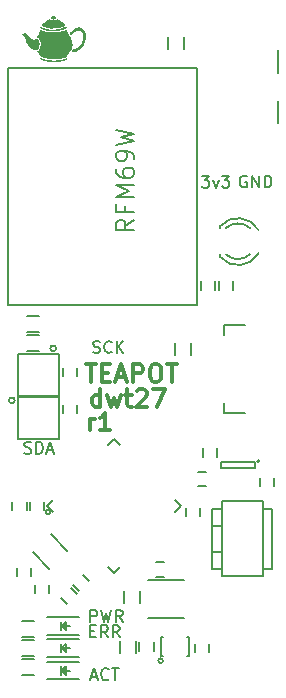
<source format=gto>
G04 #@! TF.FileFunction,Legend,Top*
%FSLAX46Y46*%
G04 Gerber Fmt 4.6, Leading zero omitted, Abs format (unit mm)*
G04 Created by KiCad (PCBNEW 4.0.1-3.201512221402+6198~38~ubuntu14.04.1-stable) date Fri 05 Feb 2016 15:13:30 GMT*
%MOMM*%
G01*
G04 APERTURE LIST*
%ADD10C,0.100000*%
%ADD11C,0.300000*%
%ADD12C,0.200000*%
%ADD13C,0.150000*%
%ADD14C,0.010000*%
G04 APERTURE END LIST*
D10*
D11*
X125848572Y-119598571D02*
X125848572Y-118098571D01*
X125848572Y-119527143D02*
X125705715Y-119598571D01*
X125420001Y-119598571D01*
X125277143Y-119527143D01*
X125205715Y-119455714D01*
X125134286Y-119312857D01*
X125134286Y-118884286D01*
X125205715Y-118741429D01*
X125277143Y-118670000D01*
X125420001Y-118598571D01*
X125705715Y-118598571D01*
X125848572Y-118670000D01*
X126420001Y-118598571D02*
X126705715Y-119598571D01*
X126991429Y-118884286D01*
X127277144Y-119598571D01*
X127562858Y-118598571D01*
X127920001Y-118598571D02*
X128491430Y-118598571D01*
X128134287Y-118098571D02*
X128134287Y-119384286D01*
X128205715Y-119527143D01*
X128348573Y-119598571D01*
X128491430Y-119598571D01*
X128920001Y-118241429D02*
X128991430Y-118170000D01*
X129134287Y-118098571D01*
X129491430Y-118098571D01*
X129634287Y-118170000D01*
X129705716Y-118241429D01*
X129777144Y-118384286D01*
X129777144Y-118527143D01*
X129705716Y-118741429D01*
X128848573Y-119598571D01*
X129777144Y-119598571D01*
X130277144Y-118098571D02*
X131277144Y-118098571D01*
X130634287Y-119598571D01*
X124948572Y-121598571D02*
X124948572Y-120598571D01*
X124948572Y-120884286D02*
X125020000Y-120741429D01*
X125091429Y-120670000D01*
X125234286Y-120598571D01*
X125377143Y-120598571D01*
X126662857Y-121598571D02*
X125805714Y-121598571D01*
X126234286Y-121598571D02*
X126234286Y-120098571D01*
X126091429Y-120312857D01*
X125948571Y-120455714D01*
X125805714Y-120527143D01*
X124592857Y-115988571D02*
X125450000Y-115988571D01*
X125021429Y-117488571D02*
X125021429Y-115988571D01*
X125950000Y-116702857D02*
X126450000Y-116702857D01*
X126664286Y-117488571D02*
X125950000Y-117488571D01*
X125950000Y-115988571D01*
X126664286Y-115988571D01*
X127235714Y-117060000D02*
X127950000Y-117060000D01*
X127092857Y-117488571D02*
X127592857Y-115988571D01*
X128092857Y-117488571D01*
X128592857Y-117488571D02*
X128592857Y-115988571D01*
X129164285Y-115988571D01*
X129307143Y-116060000D01*
X129378571Y-116131429D01*
X129450000Y-116274286D01*
X129450000Y-116488571D01*
X129378571Y-116631429D01*
X129307143Y-116702857D01*
X129164285Y-116774286D01*
X128592857Y-116774286D01*
X130378571Y-115988571D02*
X130664285Y-115988571D01*
X130807143Y-116060000D01*
X130950000Y-116202857D01*
X131021428Y-116488571D01*
X131021428Y-116988571D01*
X130950000Y-117274286D01*
X130807143Y-117417143D01*
X130664285Y-117488571D01*
X130378571Y-117488571D01*
X130235714Y-117417143D01*
X130092857Y-117274286D01*
X130021428Y-116988571D01*
X130021428Y-116488571D01*
X130092857Y-116202857D01*
X130235714Y-116060000D01*
X130378571Y-115988571D01*
X131450000Y-115988571D02*
X132307143Y-115988571D01*
X131878572Y-117488571D02*
X131878572Y-115988571D01*
D12*
X125060952Y-142456667D02*
X125537143Y-142456667D01*
X124965714Y-142742381D02*
X125299047Y-141742381D01*
X125632381Y-142742381D01*
X126537143Y-142647143D02*
X126489524Y-142694762D01*
X126346667Y-142742381D01*
X126251429Y-142742381D01*
X126108571Y-142694762D01*
X126013333Y-142599524D01*
X125965714Y-142504286D01*
X125918095Y-142313810D01*
X125918095Y-142170952D01*
X125965714Y-141980476D01*
X126013333Y-141885238D01*
X126108571Y-141790000D01*
X126251429Y-141742381D01*
X126346667Y-141742381D01*
X126489524Y-141790000D01*
X126537143Y-141837619D01*
X126822857Y-141742381D02*
X127394286Y-141742381D01*
X127108571Y-142742381D02*
X127108571Y-141742381D01*
X125006667Y-137802381D02*
X125006667Y-136802381D01*
X125387620Y-136802381D01*
X125482858Y-136850000D01*
X125530477Y-136897619D01*
X125578096Y-136992857D01*
X125578096Y-137135714D01*
X125530477Y-137230952D01*
X125482858Y-137278571D01*
X125387620Y-137326190D01*
X125006667Y-137326190D01*
X125911429Y-136802381D02*
X126149524Y-137802381D01*
X126340001Y-137088095D01*
X126530477Y-137802381D01*
X126768572Y-136802381D01*
X127720953Y-137802381D02*
X127387619Y-137326190D01*
X127149524Y-137802381D02*
X127149524Y-136802381D01*
X127530477Y-136802381D01*
X127625715Y-136850000D01*
X127673334Y-136897619D01*
X127720953Y-136992857D01*
X127720953Y-137135714D01*
X127673334Y-137230952D01*
X127625715Y-137278571D01*
X127530477Y-137326190D01*
X127149524Y-137326190D01*
X124995714Y-138578571D02*
X125329048Y-138578571D01*
X125471905Y-139102381D02*
X124995714Y-139102381D01*
X124995714Y-138102381D01*
X125471905Y-138102381D01*
X126471905Y-139102381D02*
X126138571Y-138626190D01*
X125900476Y-139102381D02*
X125900476Y-138102381D01*
X126281429Y-138102381D01*
X126376667Y-138150000D01*
X126424286Y-138197619D01*
X126471905Y-138292857D01*
X126471905Y-138435714D01*
X126424286Y-138530952D01*
X126376667Y-138578571D01*
X126281429Y-138626190D01*
X125900476Y-138626190D01*
X127471905Y-139102381D02*
X127138571Y-138626190D01*
X126900476Y-139102381D02*
X126900476Y-138102381D01*
X127281429Y-138102381D01*
X127376667Y-138150000D01*
X127424286Y-138197619D01*
X127471905Y-138292857D01*
X127471905Y-138435714D01*
X127424286Y-138530952D01*
X127376667Y-138578571D01*
X127281429Y-138626190D01*
X126900476Y-138626190D01*
D13*
X130350000Y-139550000D02*
X130350000Y-140250000D01*
X129150000Y-140250000D02*
X129150000Y-139550000D01*
X134525000Y-123825000D02*
X134525000Y-123125000D01*
X135725000Y-123125000D02*
X135725000Y-123825000D01*
X135050000Y-139650000D02*
X135050000Y-140350000D01*
X133850000Y-140350000D02*
X133850000Y-139650000D01*
X134775000Y-126300000D02*
X134075000Y-126300000D01*
X134075000Y-125100000D02*
X134775000Y-125100000D01*
X139350000Y-126300000D02*
X139350000Y-125600000D01*
X140550000Y-125600000D02*
X140550000Y-126300000D01*
X137050000Y-108980000D02*
X137050000Y-109680000D01*
X135850000Y-109680000D02*
X135850000Y-108980000D01*
X135530000Y-108980000D02*
X135530000Y-109680000D01*
X134330000Y-109680000D02*
X134330000Y-108980000D01*
X121475000Y-134700000D02*
X121475000Y-135400000D01*
X120275000Y-135400000D02*
X120275000Y-134700000D01*
X119975000Y-133225000D02*
X119975000Y-133925000D01*
X118775000Y-133925000D02*
X118775000Y-133225000D01*
X130525000Y-132775000D02*
X131225000Y-132775000D01*
X131225000Y-133975000D02*
X130525000Y-133975000D01*
X134300000Y-128150000D02*
X134300000Y-128850000D01*
X133100000Y-128850000D02*
X133100000Y-128150000D01*
X123351777Y-134928249D02*
X123846751Y-135423223D01*
X122998223Y-136271751D02*
X122503249Y-135776777D01*
X124401777Y-133853249D02*
X124896751Y-134348223D01*
X124048223Y-135196751D02*
X123553249Y-134701777D01*
X123850000Y-119450000D02*
X123850000Y-120150000D01*
X122650000Y-120150000D02*
X122650000Y-119450000D01*
X119900000Y-128350000D02*
X119900000Y-127650000D01*
X121100000Y-127650000D02*
X121100000Y-128350000D01*
X118400000Y-128350000D02*
X118400000Y-127650000D01*
X119600000Y-127650000D02*
X119600000Y-128350000D01*
X123850000Y-116300000D02*
X123850000Y-117000000D01*
X122650000Y-117000000D02*
X122650000Y-116300000D01*
X127525000Y-140400000D02*
X127525000Y-139400000D01*
X128875000Y-139400000D02*
X128875000Y-140400000D01*
X121300000Y-138875000D02*
X124000000Y-138875000D01*
X121300000Y-137375000D02*
X124000000Y-137375000D01*
X122800000Y-138275000D02*
X122800000Y-138025000D01*
X122800000Y-138025000D02*
X122650000Y-138175000D01*
X122550000Y-137775000D02*
X122550000Y-138475000D01*
X122900000Y-138125000D02*
X123250000Y-138125000D01*
X122550000Y-138125000D02*
X122900000Y-137775000D01*
X122900000Y-137775000D02*
X122900000Y-138475000D01*
X122900000Y-138475000D02*
X122550000Y-138125000D01*
X131600000Y-89275000D02*
X131600000Y-88275000D01*
X132950000Y-88275000D02*
X132950000Y-89275000D01*
X121300000Y-142675000D02*
X124000000Y-142675000D01*
X121300000Y-141175000D02*
X124000000Y-141175000D01*
X122800000Y-142075000D02*
X122800000Y-141825000D01*
X122800000Y-141825000D02*
X122650000Y-141975000D01*
X122550000Y-141575000D02*
X122550000Y-142275000D01*
X122900000Y-141925000D02*
X123250000Y-141925000D01*
X122550000Y-141925000D02*
X122900000Y-141575000D01*
X122900000Y-141575000D02*
X122900000Y-142275000D01*
X122900000Y-142275000D02*
X122550000Y-141925000D01*
X121300000Y-140775000D02*
X124000000Y-140775000D01*
X121300000Y-139275000D02*
X124000000Y-139275000D01*
X122800000Y-140175000D02*
X122800000Y-139925000D01*
X122800000Y-139925000D02*
X122650000Y-140075000D01*
X122550000Y-139675000D02*
X122550000Y-140375000D01*
X122900000Y-140025000D02*
X123250000Y-140025000D01*
X122550000Y-140025000D02*
X122900000Y-139675000D01*
X122900000Y-139675000D02*
X122900000Y-140375000D01*
X122900000Y-140375000D02*
X122550000Y-140025000D01*
X136350000Y-120100000D02*
X138050000Y-120100000D01*
X136350000Y-119300000D02*
X136350000Y-120100000D01*
X136350000Y-112700000D02*
X136350000Y-113550000D01*
X138050000Y-112700000D02*
X136350000Y-112700000D01*
X132900000Y-137500000D02*
X129900000Y-137500000D01*
X129900000Y-134300000D02*
X132900000Y-134300000D01*
X140900000Y-93700000D02*
X140900000Y-95600000D01*
X140900000Y-89400000D02*
X140900000Y-91300000D01*
X135991000Y-106894000D02*
X135991000Y-106694000D01*
X135991000Y-104300000D02*
X135991000Y-104480000D01*
X139218744Y-104610357D02*
G75*
G03X135991000Y-104294000I-1727744J-1003643D01*
G01*
X138543006Y-104480932D02*
G75*
G03X136440000Y-104480000I-1052006J-1133068D01*
G01*
X136003780Y-106920726D02*
G75*
G03X139241000Y-106574000I1497220J1306726D01*
G01*
X136477111Y-106693253D02*
G75*
G03X138525000Y-106674000I1013889J1079253D01*
G01*
X129175000Y-135200000D02*
X129175000Y-136200000D01*
X127825000Y-136200000D02*
X127825000Y-135200000D01*
X119200000Y-137750000D02*
X120200000Y-137750000D01*
X120200000Y-139100000D02*
X119200000Y-139100000D01*
X120650000Y-114875000D02*
X119650000Y-114875000D01*
X119650000Y-113525000D02*
X120650000Y-113525000D01*
X119650000Y-111925000D02*
X120650000Y-111925000D01*
X120650000Y-113275000D02*
X119650000Y-113275000D01*
X119200000Y-140950000D02*
X120200000Y-140950000D01*
X120200000Y-142300000D02*
X119200000Y-142300000D01*
X119200000Y-139350000D02*
X120200000Y-139350000D01*
X120200000Y-140700000D02*
X119200000Y-140700000D01*
X133495000Y-114220000D02*
X133495000Y-115220000D01*
X132145000Y-115220000D02*
X132145000Y-114220000D01*
X139300000Y-124200000D02*
G75*
G03X139300000Y-124200000I-100000J0D01*
G01*
X138950000Y-124750000D02*
X138950000Y-124250000D01*
X136050000Y-124750000D02*
X138950000Y-124750000D01*
X136050000Y-124250000D02*
X136050000Y-124750000D01*
X138950000Y-124250000D02*
X136050000Y-124250000D01*
X131150000Y-141100000D02*
G75*
G03X131150000Y-141100000I-200000J0D01*
G01*
X133150000Y-139100000D02*
X133350000Y-139100000D01*
X133350000Y-139100000D02*
X133350000Y-140700000D01*
X133350000Y-140700000D02*
X133150000Y-140700000D01*
X130950000Y-139100000D02*
X131150000Y-139100000D01*
X130950000Y-139100000D02*
X130950000Y-140700000D01*
X130950000Y-140700000D02*
X131150000Y-140700000D01*
X118000000Y-110950000D02*
X134000000Y-110950000D01*
X134000000Y-110950000D02*
X134000000Y-90950000D01*
X134000000Y-90950000D02*
X118000000Y-90950000D01*
X118000000Y-90950000D02*
X118000000Y-110950000D01*
X121613856Y-128494975D02*
G75*
G03X121613856Y-128494975I-200000J0D01*
G01*
X127000000Y-133656854D02*
X126505025Y-133161880D01*
X127494975Y-133161880D02*
X127000000Y-133656854D01*
X121343146Y-128000000D02*
X121838120Y-128494975D01*
X121838120Y-127505025D02*
X121343146Y-128000000D01*
X132656854Y-128000000D02*
X132161880Y-128494975D01*
X132161880Y-127505025D02*
X132656854Y-128000000D01*
X127000000Y-122343146D02*
X127494975Y-122838120D01*
X126505025Y-122838120D02*
X127000000Y-122343146D01*
X118600000Y-119050000D02*
G75*
G03X118600000Y-119050000I-250000J0D01*
G01*
X118850000Y-118800000D02*
X118850000Y-122300000D01*
X118850000Y-122300000D02*
X122350000Y-122300000D01*
X122350000Y-122300000D02*
X122350000Y-118800000D01*
X122350000Y-118800000D02*
X118850000Y-118800000D01*
X122100000Y-114650000D02*
G75*
G03X122100000Y-114650000I-250000J0D01*
G01*
X122350000Y-115150000D02*
X118850000Y-115150000D01*
X118850000Y-115150000D02*
X118850000Y-118650000D01*
X118850000Y-118650000D02*
X122350000Y-118650000D01*
X122350000Y-118650000D02*
X122350000Y-115150000D01*
X135325000Y-128240000D02*
X135325000Y-133320000D01*
X136150500Y-133320000D02*
X135325000Y-133320000D01*
X135325000Y-131859500D02*
X136150500Y-131859500D01*
X136150500Y-128240000D02*
X135325000Y-128240000D01*
X135325000Y-129700500D02*
X136150500Y-129700500D01*
X139579500Y-128240000D02*
X140405000Y-128240000D01*
X140405000Y-128240000D02*
X140405000Y-133320000D01*
X140405000Y-133320000D02*
X139579500Y-133320000D01*
X139579500Y-130780000D02*
X139579500Y-133955000D01*
X139579500Y-133955000D02*
X136150500Y-133955000D01*
X136150500Y-133955000D02*
X136150500Y-127605000D01*
X136150500Y-127605000D02*
X139579500Y-127605000D01*
X139579500Y-127605000D02*
X139579500Y-130780000D01*
X121628033Y-130407753D02*
X123042247Y-131821967D01*
X121521967Y-133342247D02*
X120107753Y-131928033D01*
D14*
G36*
X120793615Y-90079739D02*
X120822821Y-90090634D01*
X120898106Y-90118587D01*
X120984805Y-90146312D01*
X121079826Y-90173064D01*
X121180078Y-90198102D01*
X121282468Y-90220680D01*
X121383907Y-90240056D01*
X121481301Y-90255486D01*
X121538657Y-90262785D01*
X121603888Y-90268788D01*
X121680154Y-90273470D01*
X121764031Y-90276793D01*
X121852097Y-90278720D01*
X121940928Y-90279210D01*
X122027101Y-90278228D01*
X122107194Y-90275734D01*
X122177784Y-90271691D01*
X122197174Y-90270119D01*
X122277184Y-90261526D01*
X122362560Y-90249602D01*
X122449086Y-90235095D01*
X122532543Y-90218754D01*
X122608714Y-90201328D01*
X122656257Y-90188649D01*
X122687823Y-90179646D01*
X122716499Y-90171587D01*
X122737724Y-90165749D01*
X122743343Y-90164260D01*
X122758578Y-90159694D01*
X122783946Y-90151426D01*
X122815911Y-90140629D01*
X122850794Y-90128531D01*
X122897832Y-90113269D01*
X122932203Y-90105001D01*
X122953954Y-90103721D01*
X122963135Y-90109423D01*
X122962689Y-90116018D01*
X122953782Y-90124188D01*
X122932474Y-90135392D01*
X122900424Y-90149060D01*
X122859290Y-90164618D01*
X122810730Y-90181496D01*
X122756402Y-90199122D01*
X122697966Y-90216924D01*
X122637079Y-90234331D01*
X122575399Y-90250769D01*
X122561914Y-90254193D01*
X122489671Y-90270731D01*
X122407937Y-90286682D01*
X122321736Y-90301209D01*
X122236088Y-90313477D01*
X122156016Y-90322648D01*
X122144629Y-90323720D01*
X122101440Y-90326615D01*
X122047387Y-90328647D01*
X121986093Y-90329817D01*
X121921182Y-90330129D01*
X121856277Y-90329588D01*
X121795002Y-90328195D01*
X121740981Y-90325956D01*
X121702512Y-90323303D01*
X121557945Y-90307975D01*
X121417563Y-90288180D01*
X121282917Y-90264274D01*
X121155562Y-90236613D01*
X121037049Y-90205552D01*
X120928932Y-90171447D01*
X120832764Y-90134652D01*
X120785532Y-90113401D01*
X120756134Y-90098765D01*
X120739094Y-90088481D01*
X120733344Y-90081392D01*
X120737815Y-90076342D01*
X120748138Y-90072966D01*
X120766397Y-90072784D01*
X120793615Y-90079739D01*
X120793615Y-90079739D01*
G37*
X120793615Y-90079739D02*
X120822821Y-90090634D01*
X120898106Y-90118587D01*
X120984805Y-90146312D01*
X121079826Y-90173064D01*
X121180078Y-90198102D01*
X121282468Y-90220680D01*
X121383907Y-90240056D01*
X121481301Y-90255486D01*
X121538657Y-90262785D01*
X121603888Y-90268788D01*
X121680154Y-90273470D01*
X121764031Y-90276793D01*
X121852097Y-90278720D01*
X121940928Y-90279210D01*
X122027101Y-90278228D01*
X122107194Y-90275734D01*
X122177784Y-90271691D01*
X122197174Y-90270119D01*
X122277184Y-90261526D01*
X122362560Y-90249602D01*
X122449086Y-90235095D01*
X122532543Y-90218754D01*
X122608714Y-90201328D01*
X122656257Y-90188649D01*
X122687823Y-90179646D01*
X122716499Y-90171587D01*
X122737724Y-90165749D01*
X122743343Y-90164260D01*
X122758578Y-90159694D01*
X122783946Y-90151426D01*
X122815911Y-90140629D01*
X122850794Y-90128531D01*
X122897832Y-90113269D01*
X122932203Y-90105001D01*
X122953954Y-90103721D01*
X122963135Y-90109423D01*
X122962689Y-90116018D01*
X122953782Y-90124188D01*
X122932474Y-90135392D01*
X122900424Y-90149060D01*
X122859290Y-90164618D01*
X122810730Y-90181496D01*
X122756402Y-90199122D01*
X122697966Y-90216924D01*
X122637079Y-90234331D01*
X122575399Y-90250769D01*
X122561914Y-90254193D01*
X122489671Y-90270731D01*
X122407937Y-90286682D01*
X122321736Y-90301209D01*
X122236088Y-90313477D01*
X122156016Y-90322648D01*
X122144629Y-90323720D01*
X122101440Y-90326615D01*
X122047387Y-90328647D01*
X121986093Y-90329817D01*
X121921182Y-90330129D01*
X121856277Y-90329588D01*
X121795002Y-90328195D01*
X121740981Y-90325956D01*
X121702512Y-90323303D01*
X121557945Y-90307975D01*
X121417563Y-90288180D01*
X121282917Y-90264274D01*
X121155562Y-90236613D01*
X121037049Y-90205552D01*
X120928932Y-90171447D01*
X120832764Y-90134652D01*
X120785532Y-90113401D01*
X120756134Y-90098765D01*
X120739094Y-90088481D01*
X120733344Y-90081392D01*
X120737815Y-90076342D01*
X120748138Y-90072966D01*
X120766397Y-90072784D01*
X120793615Y-90079739D01*
G36*
X122924856Y-87706647D02*
X122944133Y-87757940D01*
X122970628Y-87815584D01*
X123004868Y-87880547D01*
X123047382Y-87953798D01*
X123098697Y-88036305D01*
X123135617Y-88093221D01*
X123183470Y-88168007D01*
X123223453Y-88235450D01*
X123257299Y-88299091D01*
X123286738Y-88362471D01*
X123313504Y-88429132D01*
X123339327Y-88502615D01*
X123346446Y-88524342D01*
X123363205Y-88582913D01*
X123378308Y-88648498D01*
X123391004Y-88716715D01*
X123400540Y-88783181D01*
X123406164Y-88843515D01*
X123407372Y-88879478D01*
X123403322Y-88958940D01*
X123391829Y-89043691D01*
X123373881Y-89129387D01*
X123350464Y-89211685D01*
X123322565Y-89286242D01*
X123307666Y-89318413D01*
X123288995Y-89353874D01*
X123268139Y-89389395D01*
X123243893Y-89426654D01*
X123215052Y-89467329D01*
X123180411Y-89513100D01*
X123138766Y-89565643D01*
X123088911Y-89626639D01*
X123070210Y-89649200D01*
X123027803Y-89700516D01*
X122993098Y-89743284D01*
X122964253Y-89779890D01*
X122939424Y-89812720D01*
X122916770Y-89844160D01*
X122894446Y-89876597D01*
X122893419Y-89878120D01*
X122881135Y-89895454D01*
X122868970Y-89909514D01*
X122854850Y-89921389D01*
X122836701Y-89932171D01*
X122812450Y-89942949D01*
X122780023Y-89954815D01*
X122737346Y-89968859D01*
X122696172Y-89981850D01*
X122568662Y-90018290D01*
X122436407Y-90049657D01*
X122305007Y-90074744D01*
X122188172Y-90091416D01*
X122158587Y-90094014D01*
X122117594Y-90096439D01*
X122068295Y-90098612D01*
X122013797Y-90100454D01*
X121957202Y-90101884D01*
X121901617Y-90102823D01*
X121850144Y-90103192D01*
X121805890Y-90102911D01*
X121774514Y-90102023D01*
X121722248Y-90098722D01*
X121663258Y-90093534D01*
X121602935Y-90087036D01*
X121546670Y-90079806D01*
X121502372Y-90072871D01*
X121466224Y-90066689D01*
X121427569Y-90060417D01*
X121395222Y-90055478D01*
X121352045Y-90047816D01*
X121298214Y-90036068D01*
X121236669Y-90021066D01*
X121170348Y-90003641D01*
X121102190Y-89984622D01*
X121035134Y-89964841D01*
X120972119Y-89945128D01*
X120916083Y-89926314D01*
X120869967Y-89909231D01*
X120852857Y-89902167D01*
X120834027Y-89892624D01*
X120820807Y-89880977D01*
X120809412Y-89862997D01*
X120799872Y-89843009D01*
X120781252Y-89809849D01*
X120753193Y-89770826D01*
X120721187Y-89732657D01*
X120682470Y-89687739D01*
X120640432Y-89636292D01*
X120598591Y-89582797D01*
X120560468Y-89531735D01*
X120535124Y-89495813D01*
X120512213Y-89462169D01*
X120560188Y-89434127D01*
X120614813Y-89393806D01*
X120662608Y-89340717D01*
X120703547Y-89274914D01*
X120737603Y-89196449D01*
X120764748Y-89105376D01*
X120784957Y-89001749D01*
X120787381Y-88985171D01*
X120791520Y-88943032D01*
X120793726Y-88892616D01*
X120794049Y-88838452D01*
X120792540Y-88785073D01*
X120789250Y-88737009D01*
X120784229Y-88698791D01*
X120784178Y-88698514D01*
X120760767Y-88605995D01*
X120726491Y-88519742D01*
X120682234Y-88441236D01*
X120628876Y-88371956D01*
X120567300Y-88313383D01*
X120544294Y-88295917D01*
X120520931Y-88278793D01*
X120507657Y-88267221D01*
X120502500Y-88258683D01*
X120503488Y-88250657D01*
X120505506Y-88246359D01*
X120511493Y-88235189D01*
X120523212Y-88213549D01*
X120539432Y-88183704D01*
X120558922Y-88147918D01*
X120580452Y-88108457D01*
X120582104Y-88105433D01*
X120625309Y-88025023D01*
X120661388Y-87954908D01*
X120691202Y-87893269D01*
X120715614Y-87838285D01*
X120735488Y-87788133D01*
X120744662Y-87762342D01*
X120754769Y-87733055D01*
X120763164Y-87709358D01*
X120768748Y-87694318D01*
X120770362Y-87690619D01*
X120777514Y-87692052D01*
X120794839Y-87698221D01*
X120819243Y-87707982D01*
X120832656Y-87713647D01*
X120907124Y-87743325D01*
X120989778Y-87772324D01*
X121076070Y-87799271D01*
X121161451Y-87822796D01*
X121241375Y-87841529D01*
X121284657Y-87849871D01*
X121348541Y-87860589D01*
X121405249Y-87869147D01*
X121458048Y-87875833D01*
X121510204Y-87880936D01*
X121564981Y-87884746D01*
X121625646Y-87887550D01*
X121695464Y-87889639D01*
X121746548Y-87890735D01*
X121832905Y-87891951D01*
X121907946Y-87891895D01*
X121974832Y-87890363D01*
X122036722Y-87887151D01*
X122096775Y-87882057D01*
X122158152Y-87874875D01*
X122224011Y-87865402D01*
X122280458Y-87856304D01*
X122416165Y-87831480D01*
X122538084Y-87804551D01*
X122646811Y-87775355D01*
X122742942Y-87743729D01*
X122827073Y-87709511D01*
X122837637Y-87704641D01*
X122912705Y-87669499D01*
X122924856Y-87706647D01*
X122924856Y-87706647D01*
G37*
X122924856Y-87706647D02*
X122944133Y-87757940D01*
X122970628Y-87815584D01*
X123004868Y-87880547D01*
X123047382Y-87953798D01*
X123098697Y-88036305D01*
X123135617Y-88093221D01*
X123183470Y-88168007D01*
X123223453Y-88235450D01*
X123257299Y-88299091D01*
X123286738Y-88362471D01*
X123313504Y-88429132D01*
X123339327Y-88502615D01*
X123346446Y-88524342D01*
X123363205Y-88582913D01*
X123378308Y-88648498D01*
X123391004Y-88716715D01*
X123400540Y-88783181D01*
X123406164Y-88843515D01*
X123407372Y-88879478D01*
X123403322Y-88958940D01*
X123391829Y-89043691D01*
X123373881Y-89129387D01*
X123350464Y-89211685D01*
X123322565Y-89286242D01*
X123307666Y-89318413D01*
X123288995Y-89353874D01*
X123268139Y-89389395D01*
X123243893Y-89426654D01*
X123215052Y-89467329D01*
X123180411Y-89513100D01*
X123138766Y-89565643D01*
X123088911Y-89626639D01*
X123070210Y-89649200D01*
X123027803Y-89700516D01*
X122993098Y-89743284D01*
X122964253Y-89779890D01*
X122939424Y-89812720D01*
X122916770Y-89844160D01*
X122894446Y-89876597D01*
X122893419Y-89878120D01*
X122881135Y-89895454D01*
X122868970Y-89909514D01*
X122854850Y-89921389D01*
X122836701Y-89932171D01*
X122812450Y-89942949D01*
X122780023Y-89954815D01*
X122737346Y-89968859D01*
X122696172Y-89981850D01*
X122568662Y-90018290D01*
X122436407Y-90049657D01*
X122305007Y-90074744D01*
X122188172Y-90091416D01*
X122158587Y-90094014D01*
X122117594Y-90096439D01*
X122068295Y-90098612D01*
X122013797Y-90100454D01*
X121957202Y-90101884D01*
X121901617Y-90102823D01*
X121850144Y-90103192D01*
X121805890Y-90102911D01*
X121774514Y-90102023D01*
X121722248Y-90098722D01*
X121663258Y-90093534D01*
X121602935Y-90087036D01*
X121546670Y-90079806D01*
X121502372Y-90072871D01*
X121466224Y-90066689D01*
X121427569Y-90060417D01*
X121395222Y-90055478D01*
X121352045Y-90047816D01*
X121298214Y-90036068D01*
X121236669Y-90021066D01*
X121170348Y-90003641D01*
X121102190Y-89984622D01*
X121035134Y-89964841D01*
X120972119Y-89945128D01*
X120916083Y-89926314D01*
X120869967Y-89909231D01*
X120852857Y-89902167D01*
X120834027Y-89892624D01*
X120820807Y-89880977D01*
X120809412Y-89862997D01*
X120799872Y-89843009D01*
X120781252Y-89809849D01*
X120753193Y-89770826D01*
X120721187Y-89732657D01*
X120682470Y-89687739D01*
X120640432Y-89636292D01*
X120598591Y-89582797D01*
X120560468Y-89531735D01*
X120535124Y-89495813D01*
X120512213Y-89462169D01*
X120560188Y-89434127D01*
X120614813Y-89393806D01*
X120662608Y-89340717D01*
X120703547Y-89274914D01*
X120737603Y-89196449D01*
X120764748Y-89105376D01*
X120784957Y-89001749D01*
X120787381Y-88985171D01*
X120791520Y-88943032D01*
X120793726Y-88892616D01*
X120794049Y-88838452D01*
X120792540Y-88785073D01*
X120789250Y-88737009D01*
X120784229Y-88698791D01*
X120784178Y-88698514D01*
X120760767Y-88605995D01*
X120726491Y-88519742D01*
X120682234Y-88441236D01*
X120628876Y-88371956D01*
X120567300Y-88313383D01*
X120544294Y-88295917D01*
X120520931Y-88278793D01*
X120507657Y-88267221D01*
X120502500Y-88258683D01*
X120503488Y-88250657D01*
X120505506Y-88246359D01*
X120511493Y-88235189D01*
X120523212Y-88213549D01*
X120539432Y-88183704D01*
X120558922Y-88147918D01*
X120580452Y-88108457D01*
X120582104Y-88105433D01*
X120625309Y-88025023D01*
X120661388Y-87954908D01*
X120691202Y-87893269D01*
X120715614Y-87838285D01*
X120735488Y-87788133D01*
X120744662Y-87762342D01*
X120754769Y-87733055D01*
X120763164Y-87709358D01*
X120768748Y-87694318D01*
X120770362Y-87690619D01*
X120777514Y-87692052D01*
X120794839Y-87698221D01*
X120819243Y-87707982D01*
X120832656Y-87713647D01*
X120907124Y-87743325D01*
X120989778Y-87772324D01*
X121076070Y-87799271D01*
X121161451Y-87822796D01*
X121241375Y-87841529D01*
X121284657Y-87849871D01*
X121348541Y-87860589D01*
X121405249Y-87869147D01*
X121458048Y-87875833D01*
X121510204Y-87880936D01*
X121564981Y-87884746D01*
X121625646Y-87887550D01*
X121695464Y-87889639D01*
X121746548Y-87890735D01*
X121832905Y-87891951D01*
X121907946Y-87891895D01*
X121974832Y-87890363D01*
X122036722Y-87887151D01*
X122096775Y-87882057D01*
X122158152Y-87874875D01*
X122224011Y-87865402D01*
X122280458Y-87856304D01*
X122416165Y-87831480D01*
X122538084Y-87804551D01*
X122646811Y-87775355D01*
X122742942Y-87743729D01*
X122827073Y-87709511D01*
X122837637Y-87704641D01*
X122912705Y-87669499D01*
X122924856Y-87706647D01*
G36*
X124010713Y-87479288D02*
X124086755Y-87497432D01*
X124097074Y-87500790D01*
X124150413Y-87520556D01*
X124195590Y-87542183D01*
X124238886Y-87568980D01*
X124271638Y-87592736D01*
X124338923Y-87652617D01*
X124398361Y-87723295D01*
X124449214Y-87802912D01*
X124490742Y-87889611D01*
X124522205Y-87981533D01*
X124542863Y-88076820D01*
X124551976Y-88173614D01*
X124548806Y-88270056D01*
X124547167Y-88284857D01*
X124540818Y-88325051D01*
X124530601Y-88375467D01*
X124517386Y-88432609D01*
X124502045Y-88492981D01*
X124485448Y-88553085D01*
X124468465Y-88609426D01*
X124459517Y-88636828D01*
X124408282Y-88771543D01*
X124349233Y-88894505D01*
X124281762Y-89006559D01*
X124205266Y-89108551D01*
X124119136Y-89201324D01*
X124022769Y-89285723D01*
X123961161Y-89331725D01*
X123902942Y-89367596D01*
X123834089Y-89401567D01*
X123758472Y-89432282D01*
X123679961Y-89458385D01*
X123602427Y-89478521D01*
X123529739Y-89491335D01*
X123496145Y-89494590D01*
X123428889Y-89498947D01*
X123468748Y-89416230D01*
X123508607Y-89333514D01*
X123565032Y-89329020D01*
X123648226Y-89315877D01*
X123733612Y-89290263D01*
X123818788Y-89253472D01*
X123901348Y-89206799D01*
X123978890Y-89151541D01*
X124049009Y-89088992D01*
X124087288Y-89047602D01*
X124148567Y-88967878D01*
X124206593Y-88876819D01*
X124259878Y-88777495D01*
X124306937Y-88672975D01*
X124346285Y-88566331D01*
X124376435Y-88460632D01*
X124381079Y-88440555D01*
X124387045Y-88411354D01*
X124391393Y-88383348D01*
X124394371Y-88353313D01*
X124396227Y-88318023D01*
X124397210Y-88274254D01*
X124397549Y-88226800D01*
X124397542Y-88176182D01*
X124397023Y-88137240D01*
X124395761Y-88107139D01*
X124393522Y-88083042D01*
X124390075Y-88062116D01*
X124385187Y-88041523D01*
X124381201Y-88027228D01*
X124351371Y-87947467D01*
X124310454Y-87874576D01*
X124259688Y-87810213D01*
X124200312Y-87756035D01*
X124155966Y-87726042D01*
X124114510Y-87703817D01*
X124075820Y-87688831D01*
X124035188Y-87679902D01*
X123987907Y-87675845D01*
X123954061Y-87675257D01*
X123900181Y-87676664D01*
X123855690Y-87681614D01*
X123815673Y-87691202D01*
X123775214Y-87706523D01*
X123741200Y-87722646D01*
X123699921Y-87745183D01*
X123657752Y-87772014D01*
X123612841Y-87804535D01*
X123563336Y-87844140D01*
X123507386Y-87892223D01*
X123462452Y-87932528D01*
X123420384Y-87970460D01*
X123387735Y-87999098D01*
X123363498Y-88019244D01*
X123346664Y-88031700D01*
X123336226Y-88037268D01*
X123331296Y-88036887D01*
X123326448Y-88030225D01*
X123315390Y-88014433D01*
X123300109Y-87992357D01*
X123292325Y-87981046D01*
X123255616Y-87927607D01*
X123297574Y-87896719D01*
X123319796Y-87879199D01*
X123348553Y-87854872D01*
X123379994Y-87827070D01*
X123407923Y-87801336D01*
X123457675Y-87754494D01*
X123498427Y-87716345D01*
X123531674Y-87685558D01*
X123558912Y-87660801D01*
X123581638Y-87640742D01*
X123601346Y-87624052D01*
X123619535Y-87609398D01*
X123637699Y-87595450D01*
X123647609Y-87588050D01*
X123721929Y-87538928D01*
X123794205Y-87503722D01*
X123865632Y-87482202D01*
X123937403Y-87474134D01*
X124010713Y-87479288D01*
X124010713Y-87479288D01*
G37*
X124010713Y-87479288D02*
X124086755Y-87497432D01*
X124097074Y-87500790D01*
X124150413Y-87520556D01*
X124195590Y-87542183D01*
X124238886Y-87568980D01*
X124271638Y-87592736D01*
X124338923Y-87652617D01*
X124398361Y-87723295D01*
X124449214Y-87802912D01*
X124490742Y-87889611D01*
X124522205Y-87981533D01*
X124542863Y-88076820D01*
X124551976Y-88173614D01*
X124548806Y-88270056D01*
X124547167Y-88284857D01*
X124540818Y-88325051D01*
X124530601Y-88375467D01*
X124517386Y-88432609D01*
X124502045Y-88492981D01*
X124485448Y-88553085D01*
X124468465Y-88609426D01*
X124459517Y-88636828D01*
X124408282Y-88771543D01*
X124349233Y-88894505D01*
X124281762Y-89006559D01*
X124205266Y-89108551D01*
X124119136Y-89201324D01*
X124022769Y-89285723D01*
X123961161Y-89331725D01*
X123902942Y-89367596D01*
X123834089Y-89401567D01*
X123758472Y-89432282D01*
X123679961Y-89458385D01*
X123602427Y-89478521D01*
X123529739Y-89491335D01*
X123496145Y-89494590D01*
X123428889Y-89498947D01*
X123468748Y-89416230D01*
X123508607Y-89333514D01*
X123565032Y-89329020D01*
X123648226Y-89315877D01*
X123733612Y-89290263D01*
X123818788Y-89253472D01*
X123901348Y-89206799D01*
X123978890Y-89151541D01*
X124049009Y-89088992D01*
X124087288Y-89047602D01*
X124148567Y-88967878D01*
X124206593Y-88876819D01*
X124259878Y-88777495D01*
X124306937Y-88672975D01*
X124346285Y-88566331D01*
X124376435Y-88460632D01*
X124381079Y-88440555D01*
X124387045Y-88411354D01*
X124391393Y-88383348D01*
X124394371Y-88353313D01*
X124396227Y-88318023D01*
X124397210Y-88274254D01*
X124397549Y-88226800D01*
X124397542Y-88176182D01*
X124397023Y-88137240D01*
X124395761Y-88107139D01*
X124393522Y-88083042D01*
X124390075Y-88062116D01*
X124385187Y-88041523D01*
X124381201Y-88027228D01*
X124351371Y-87947467D01*
X124310454Y-87874576D01*
X124259688Y-87810213D01*
X124200312Y-87756035D01*
X124155966Y-87726042D01*
X124114510Y-87703817D01*
X124075820Y-87688831D01*
X124035188Y-87679902D01*
X123987907Y-87675845D01*
X123954061Y-87675257D01*
X123900181Y-87676664D01*
X123855690Y-87681614D01*
X123815673Y-87691202D01*
X123775214Y-87706523D01*
X123741200Y-87722646D01*
X123699921Y-87745183D01*
X123657752Y-87772014D01*
X123612841Y-87804535D01*
X123563336Y-87844140D01*
X123507386Y-87892223D01*
X123462452Y-87932528D01*
X123420384Y-87970460D01*
X123387735Y-87999098D01*
X123363498Y-88019244D01*
X123346664Y-88031700D01*
X123336226Y-88037268D01*
X123331296Y-88036887D01*
X123326448Y-88030225D01*
X123315390Y-88014433D01*
X123300109Y-87992357D01*
X123292325Y-87981046D01*
X123255616Y-87927607D01*
X123297574Y-87896719D01*
X123319796Y-87879199D01*
X123348553Y-87854872D01*
X123379994Y-87827070D01*
X123407923Y-87801336D01*
X123457675Y-87754494D01*
X123498427Y-87716345D01*
X123531674Y-87685558D01*
X123558912Y-87660801D01*
X123581638Y-87640742D01*
X123601346Y-87624052D01*
X123619535Y-87609398D01*
X123637699Y-87595450D01*
X123647609Y-87588050D01*
X123721929Y-87538928D01*
X123794205Y-87503722D01*
X123865632Y-87482202D01*
X123937403Y-87474134D01*
X124010713Y-87479288D01*
G36*
X119469026Y-87957709D02*
X119528721Y-87997107D01*
X119591400Y-88048320D01*
X119655130Y-88109506D01*
X119717977Y-88178822D01*
X119772048Y-88246450D01*
X119827470Y-88317219D01*
X119878318Y-88375622D01*
X119925891Y-88422565D01*
X119971493Y-88458954D01*
X120016423Y-88485695D01*
X120061983Y-88503693D01*
X120109474Y-88513854D01*
X120160198Y-88517085D01*
X120160787Y-88517085D01*
X120223702Y-88510154D01*
X120286294Y-88490068D01*
X120345313Y-88457887D01*
X120348141Y-88455960D01*
X120369041Y-88442373D01*
X120385738Y-88432976D01*
X120393709Y-88430000D01*
X120405446Y-88434994D01*
X120424136Y-88448348D01*
X120447035Y-88467620D01*
X120471401Y-88490368D01*
X120494491Y-88514149D01*
X120513564Y-88536522D01*
X120514075Y-88537185D01*
X120533878Y-88564911D01*
X120552994Y-88594870D01*
X120565063Y-88616380D01*
X120580902Y-88655432D01*
X120594685Y-88703975D01*
X120605357Y-88757022D01*
X120611862Y-88809584D01*
X120613372Y-88844588D01*
X120611343Y-88888720D01*
X120605774Y-88940359D01*
X120597441Y-88994921D01*
X120587121Y-89047824D01*
X120575590Y-89094486D01*
X120565954Y-89124408D01*
X120539162Y-89179848D01*
X120504062Y-89228042D01*
X120462622Y-89267009D01*
X120416810Y-89294767D01*
X120385881Y-89305791D01*
X120348596Y-89312002D01*
X120303988Y-89314283D01*
X120258729Y-89312548D01*
X120225114Y-89307926D01*
X120189344Y-89298512D01*
X120146275Y-89283899D01*
X120101171Y-89266156D01*
X120059294Y-89247354D01*
X120025928Y-89229576D01*
X119923475Y-89159782D01*
X119832710Y-89081683D01*
X119753819Y-88995486D01*
X119686986Y-88901397D01*
X119632395Y-88799625D01*
X119622393Y-88777037D01*
X119609482Y-88745930D01*
X119599038Y-88719094D01*
X119592254Y-88699700D01*
X119590257Y-88691484D01*
X119588193Y-88679779D01*
X119582610Y-88656722D01*
X119574215Y-88624845D01*
X119563715Y-88586681D01*
X119551818Y-88544763D01*
X119539230Y-88501624D01*
X119526658Y-88459797D01*
X119516261Y-88426371D01*
X119499109Y-88377701D01*
X119478511Y-88327757D01*
X119456034Y-88279737D01*
X119433248Y-88236838D01*
X119411719Y-88202258D01*
X119397158Y-88183501D01*
X119368096Y-88156083D01*
X119328649Y-88127038D01*
X119277508Y-88095465D01*
X119233326Y-88070993D01*
X119174114Y-88039355D01*
X119209757Y-88035043D01*
X119260859Y-88026047D01*
X119311456Y-88012089D01*
X119357946Y-87994507D01*
X119396731Y-87974642D01*
X119421855Y-87956123D01*
X119438653Y-87940359D01*
X119469026Y-87957709D01*
X119469026Y-87957709D01*
G37*
X119469026Y-87957709D02*
X119528721Y-87997107D01*
X119591400Y-88048320D01*
X119655130Y-88109506D01*
X119717977Y-88178822D01*
X119772048Y-88246450D01*
X119827470Y-88317219D01*
X119878318Y-88375622D01*
X119925891Y-88422565D01*
X119971493Y-88458954D01*
X120016423Y-88485695D01*
X120061983Y-88503693D01*
X120109474Y-88513854D01*
X120160198Y-88517085D01*
X120160787Y-88517085D01*
X120223702Y-88510154D01*
X120286294Y-88490068D01*
X120345313Y-88457887D01*
X120348141Y-88455960D01*
X120369041Y-88442373D01*
X120385738Y-88432976D01*
X120393709Y-88430000D01*
X120405446Y-88434994D01*
X120424136Y-88448348D01*
X120447035Y-88467620D01*
X120471401Y-88490368D01*
X120494491Y-88514149D01*
X120513564Y-88536522D01*
X120514075Y-88537185D01*
X120533878Y-88564911D01*
X120552994Y-88594870D01*
X120565063Y-88616380D01*
X120580902Y-88655432D01*
X120594685Y-88703975D01*
X120605357Y-88757022D01*
X120611862Y-88809584D01*
X120613372Y-88844588D01*
X120611343Y-88888720D01*
X120605774Y-88940359D01*
X120597441Y-88994921D01*
X120587121Y-89047824D01*
X120575590Y-89094486D01*
X120565954Y-89124408D01*
X120539162Y-89179848D01*
X120504062Y-89228042D01*
X120462622Y-89267009D01*
X120416810Y-89294767D01*
X120385881Y-89305791D01*
X120348596Y-89312002D01*
X120303988Y-89314283D01*
X120258729Y-89312548D01*
X120225114Y-89307926D01*
X120189344Y-89298512D01*
X120146275Y-89283899D01*
X120101171Y-89266156D01*
X120059294Y-89247354D01*
X120025928Y-89229576D01*
X119923475Y-89159782D01*
X119832710Y-89081683D01*
X119753819Y-88995486D01*
X119686986Y-88901397D01*
X119632395Y-88799625D01*
X119622393Y-88777037D01*
X119609482Y-88745930D01*
X119599038Y-88719094D01*
X119592254Y-88699700D01*
X119590257Y-88691484D01*
X119588193Y-88679779D01*
X119582610Y-88656722D01*
X119574215Y-88624845D01*
X119563715Y-88586681D01*
X119551818Y-88544763D01*
X119539230Y-88501624D01*
X119526658Y-88459797D01*
X119516261Y-88426371D01*
X119499109Y-88377701D01*
X119478511Y-88327757D01*
X119456034Y-88279737D01*
X119433248Y-88236838D01*
X119411719Y-88202258D01*
X119397158Y-88183501D01*
X119368096Y-88156083D01*
X119328649Y-88127038D01*
X119277508Y-88095465D01*
X119233326Y-88070993D01*
X119174114Y-88039355D01*
X119209757Y-88035043D01*
X119260859Y-88026047D01*
X119311456Y-88012089D01*
X119357946Y-87994507D01*
X119396731Y-87974642D01*
X119421855Y-87956123D01*
X119438653Y-87940359D01*
X119469026Y-87957709D01*
G36*
X120714640Y-87408116D02*
X120722229Y-87410188D01*
X120735250Y-87415044D01*
X120758453Y-87424797D01*
X120788883Y-87438168D01*
X120823588Y-87453875D01*
X120834714Y-87459000D01*
X120935779Y-87503835D01*
X121029989Y-87541284D01*
X121121929Y-87572897D01*
X121216182Y-87600226D01*
X121317332Y-87624821D01*
X121339086Y-87629611D01*
X121458829Y-87655574D01*
X121686736Y-87658863D01*
X121756655Y-87659517D01*
X121824993Y-87659492D01*
X121889000Y-87658827D01*
X121945922Y-87657561D01*
X121993007Y-87655733D01*
X122018531Y-87654148D01*
X122163376Y-87637952D01*
X122314266Y-87611611D01*
X122467786Y-87575985D01*
X122620517Y-87531934D01*
X122769043Y-87480319D01*
X122869172Y-87439938D01*
X122896923Y-87428452D01*
X122920026Y-87419644D01*
X122934970Y-87414820D01*
X122938115Y-87414297D01*
X122940748Y-87418021D01*
X122932894Y-87427579D01*
X122916583Y-87441460D01*
X122893843Y-87458149D01*
X122866706Y-87476134D01*
X122837200Y-87493903D01*
X122815091Y-87505993D01*
X122759132Y-87533744D01*
X122703843Y-87558050D01*
X122646717Y-87579718D01*
X122585248Y-87599556D01*
X122516928Y-87618372D01*
X122439249Y-87636971D01*
X122349706Y-87656162D01*
X122346917Y-87656733D01*
X122244148Y-87675643D01*
X122137545Y-87691336D01*
X122030227Y-87703541D01*
X121925310Y-87711989D01*
X121825912Y-87716408D01*
X121735151Y-87716528D01*
X121683800Y-87714274D01*
X121626729Y-87709731D01*
X121563449Y-87703311D01*
X121497440Y-87695480D01*
X121432177Y-87686704D01*
X121371139Y-87677449D01*
X121317802Y-87668182D01*
X121277400Y-87659783D01*
X121178767Y-87634650D01*
X121085693Y-87607005D01*
X120999505Y-87577406D01*
X120921528Y-87546408D01*
X120853088Y-87514567D01*
X120795510Y-87482441D01*
X120750120Y-87450586D01*
X120725857Y-87428266D01*
X120712781Y-87413987D01*
X120709193Y-87408024D01*
X120714640Y-87408116D01*
X120714640Y-87408116D01*
G37*
X120714640Y-87408116D02*
X120722229Y-87410188D01*
X120735250Y-87415044D01*
X120758453Y-87424797D01*
X120788883Y-87438168D01*
X120823588Y-87453875D01*
X120834714Y-87459000D01*
X120935779Y-87503835D01*
X121029989Y-87541284D01*
X121121929Y-87572897D01*
X121216182Y-87600226D01*
X121317332Y-87624821D01*
X121339086Y-87629611D01*
X121458829Y-87655574D01*
X121686736Y-87658863D01*
X121756655Y-87659517D01*
X121824993Y-87659492D01*
X121889000Y-87658827D01*
X121945922Y-87657561D01*
X121993007Y-87655733D01*
X122018531Y-87654148D01*
X122163376Y-87637952D01*
X122314266Y-87611611D01*
X122467786Y-87575985D01*
X122620517Y-87531934D01*
X122769043Y-87480319D01*
X122869172Y-87439938D01*
X122896923Y-87428452D01*
X122920026Y-87419644D01*
X122934970Y-87414820D01*
X122938115Y-87414297D01*
X122940748Y-87418021D01*
X122932894Y-87427579D01*
X122916583Y-87441460D01*
X122893843Y-87458149D01*
X122866706Y-87476134D01*
X122837200Y-87493903D01*
X122815091Y-87505993D01*
X122759132Y-87533744D01*
X122703843Y-87558050D01*
X122646717Y-87579718D01*
X122585248Y-87599556D01*
X122516928Y-87618372D01*
X122439249Y-87636971D01*
X122349706Y-87656162D01*
X122346917Y-87656733D01*
X122244148Y-87675643D01*
X122137545Y-87691336D01*
X122030227Y-87703541D01*
X121925310Y-87711989D01*
X121825912Y-87716408D01*
X121735151Y-87716528D01*
X121683800Y-87714274D01*
X121626729Y-87709731D01*
X121563449Y-87703311D01*
X121497440Y-87695480D01*
X121432177Y-87686704D01*
X121371139Y-87677449D01*
X121317802Y-87668182D01*
X121277400Y-87659783D01*
X121178767Y-87634650D01*
X121085693Y-87607005D01*
X120999505Y-87577406D01*
X120921528Y-87546408D01*
X120853088Y-87514567D01*
X120795510Y-87482441D01*
X120750120Y-87450586D01*
X120725857Y-87428266D01*
X120712781Y-87413987D01*
X120709193Y-87408024D01*
X120714640Y-87408116D01*
G36*
X122202340Y-86815219D02*
X122310981Y-86857698D01*
X122415567Y-86912841D01*
X122514234Y-86979247D01*
X122605117Y-87055514D01*
X122686355Y-87140238D01*
X122755774Y-87231559D01*
X122782719Y-87271845D01*
X122759403Y-87282031D01*
X122674427Y-87316115D01*
X122578698Y-87349242D01*
X122475979Y-87380406D01*
X122370029Y-87408598D01*
X122264611Y-87432810D01*
X122163486Y-87452036D01*
X122079314Y-87464235D01*
X122042617Y-87467924D01*
X121996995Y-87471441D01*
X121944807Y-87474704D01*
X121888411Y-87477630D01*
X121830165Y-87480138D01*
X121772428Y-87482143D01*
X121717558Y-87483564D01*
X121667914Y-87484318D01*
X121625855Y-87484322D01*
X121593738Y-87483493D01*
X121574943Y-87481915D01*
X121487425Y-87467834D01*
X121411441Y-87454159D01*
X121344054Y-87440196D01*
X121282326Y-87425250D01*
X121223318Y-87408627D01*
X121164093Y-87389633D01*
X121121346Y-87374702D01*
X121076620Y-87358013D01*
X121029429Y-87339344D01*
X120983771Y-87320359D01*
X120943644Y-87302723D01*
X120913047Y-87288100D01*
X120911927Y-87287523D01*
X120889173Y-87275757D01*
X120908986Y-87245092D01*
X120945642Y-87193655D01*
X120990896Y-87138637D01*
X121041147Y-87084317D01*
X121060795Y-87064757D01*
X121143433Y-86991165D01*
X121227932Y-86929972D01*
X121317651Y-86879139D01*
X121415947Y-86836627D01*
X121465258Y-86819209D01*
X121522488Y-86800230D01*
X121583040Y-86831665D01*
X121636353Y-86855431D01*
X121691534Y-86871576D01*
X121752351Y-86880899D01*
X121822571Y-86884198D01*
X121830801Y-86884228D01*
X121901576Y-86881883D01*
X121961910Y-86874287D01*
X122015186Y-86860601D01*
X122064792Y-86839984D01*
X122108180Y-86815388D01*
X122140308Y-86795107D01*
X122202340Y-86815219D01*
X122202340Y-86815219D01*
G37*
X122202340Y-86815219D02*
X122310981Y-86857698D01*
X122415567Y-86912841D01*
X122514234Y-86979247D01*
X122605117Y-87055514D01*
X122686355Y-87140238D01*
X122755774Y-87231559D01*
X122782719Y-87271845D01*
X122759403Y-87282031D01*
X122674427Y-87316115D01*
X122578698Y-87349242D01*
X122475979Y-87380406D01*
X122370029Y-87408598D01*
X122264611Y-87432810D01*
X122163486Y-87452036D01*
X122079314Y-87464235D01*
X122042617Y-87467924D01*
X121996995Y-87471441D01*
X121944807Y-87474704D01*
X121888411Y-87477630D01*
X121830165Y-87480138D01*
X121772428Y-87482143D01*
X121717558Y-87483564D01*
X121667914Y-87484318D01*
X121625855Y-87484322D01*
X121593738Y-87483493D01*
X121574943Y-87481915D01*
X121487425Y-87467834D01*
X121411441Y-87454159D01*
X121344054Y-87440196D01*
X121282326Y-87425250D01*
X121223318Y-87408627D01*
X121164093Y-87389633D01*
X121121346Y-87374702D01*
X121076620Y-87358013D01*
X121029429Y-87339344D01*
X120983771Y-87320359D01*
X120943644Y-87302723D01*
X120913047Y-87288100D01*
X120911927Y-87287523D01*
X120889173Y-87275757D01*
X120908986Y-87245092D01*
X120945642Y-87193655D01*
X120990896Y-87138637D01*
X121041147Y-87084317D01*
X121060795Y-87064757D01*
X121143433Y-86991165D01*
X121227932Y-86929972D01*
X121317651Y-86879139D01*
X121415947Y-86836627D01*
X121465258Y-86819209D01*
X121522488Y-86800230D01*
X121583040Y-86831665D01*
X121636353Y-86855431D01*
X121691534Y-86871576D01*
X121752351Y-86880899D01*
X121822571Y-86884198D01*
X121830801Y-86884228D01*
X121901576Y-86881883D01*
X121961910Y-86874287D01*
X122015186Y-86860601D01*
X122064792Y-86839984D01*
X122108180Y-86815388D01*
X122140308Y-86795107D01*
X122202340Y-86815219D01*
G36*
X121887738Y-86540834D02*
X121928673Y-86562612D01*
X121948064Y-86579312D01*
X121967749Y-86601568D01*
X121984798Y-86625378D01*
X121996280Y-86646736D01*
X121999486Y-86659347D01*
X121992834Y-86671292D01*
X121974863Y-86684326D01*
X121948554Y-86697042D01*
X121916886Y-86708031D01*
X121882839Y-86715885D01*
X121878353Y-86716608D01*
X121852031Y-86720421D01*
X121831431Y-86723028D01*
X121820662Y-86723913D01*
X121820296Y-86723889D01*
X121810693Y-86722222D01*
X121791035Y-86718490D01*
X121765497Y-86713487D01*
X121764381Y-86713265D01*
X121734060Y-86705335D01*
X121705224Y-86694643D01*
X121686703Y-86685038D01*
X121669990Y-86673152D01*
X121663286Y-86663920D01*
X121664275Y-86652331D01*
X121667290Y-86643047D01*
X121676637Y-86626037D01*
X121693279Y-86604131D01*
X121713633Y-86582041D01*
X121713855Y-86581823D01*
X121738040Y-86559969D01*
X121758907Y-86546403D01*
X121781960Y-86537887D01*
X121793100Y-86535152D01*
X121841694Y-86530926D01*
X121887738Y-86540834D01*
X121887738Y-86540834D01*
G37*
X121887738Y-86540834D02*
X121928673Y-86562612D01*
X121948064Y-86579312D01*
X121967749Y-86601568D01*
X121984798Y-86625378D01*
X121996280Y-86646736D01*
X121999486Y-86659347D01*
X121992834Y-86671292D01*
X121974863Y-86684326D01*
X121948554Y-86697042D01*
X121916886Y-86708031D01*
X121882839Y-86715885D01*
X121878353Y-86716608D01*
X121852031Y-86720421D01*
X121831431Y-86723028D01*
X121820662Y-86723913D01*
X121820296Y-86723889D01*
X121810693Y-86722222D01*
X121791035Y-86718490D01*
X121765497Y-86713487D01*
X121764381Y-86713265D01*
X121734060Y-86705335D01*
X121705224Y-86694643D01*
X121686703Y-86685038D01*
X121669990Y-86673152D01*
X121663286Y-86663920D01*
X121664275Y-86652331D01*
X121667290Y-86643047D01*
X121676637Y-86626037D01*
X121693279Y-86604131D01*
X121713633Y-86582041D01*
X121713855Y-86581823D01*
X121738040Y-86559969D01*
X121758907Y-86546403D01*
X121781960Y-86537887D01*
X121793100Y-86535152D01*
X121841694Y-86530926D01*
X121887738Y-86540834D01*
D13*
X134439524Y-100032381D02*
X135058572Y-100032381D01*
X134725238Y-100413333D01*
X134868096Y-100413333D01*
X134963334Y-100460952D01*
X135010953Y-100508571D01*
X135058572Y-100603810D01*
X135058572Y-100841905D01*
X135010953Y-100937143D01*
X134963334Y-100984762D01*
X134868096Y-101032381D01*
X134582381Y-101032381D01*
X134487143Y-100984762D01*
X134439524Y-100937143D01*
X135391905Y-100365714D02*
X135630000Y-101032381D01*
X135868096Y-100365714D01*
X136153810Y-100032381D02*
X136772858Y-100032381D01*
X136439524Y-100413333D01*
X136582382Y-100413333D01*
X136677620Y-100460952D01*
X136725239Y-100508571D01*
X136772858Y-100603810D01*
X136772858Y-100841905D01*
X136725239Y-100937143D01*
X136677620Y-100984762D01*
X136582382Y-101032381D01*
X136296667Y-101032381D01*
X136201429Y-100984762D01*
X136153810Y-100937143D01*
X138228096Y-100070000D02*
X138132858Y-100022381D01*
X137990001Y-100022381D01*
X137847143Y-100070000D01*
X137751905Y-100165238D01*
X137704286Y-100260476D01*
X137656667Y-100450952D01*
X137656667Y-100593810D01*
X137704286Y-100784286D01*
X137751905Y-100879524D01*
X137847143Y-100974762D01*
X137990001Y-101022381D01*
X138085239Y-101022381D01*
X138228096Y-100974762D01*
X138275715Y-100927143D01*
X138275715Y-100593810D01*
X138085239Y-100593810D01*
X138704286Y-101022381D02*
X138704286Y-100022381D01*
X139275715Y-101022381D01*
X139275715Y-100022381D01*
X139751905Y-101022381D02*
X139751905Y-100022381D01*
X139990000Y-100022381D01*
X140132858Y-100070000D01*
X140228096Y-100165238D01*
X140275715Y-100260476D01*
X140323334Y-100450952D01*
X140323334Y-100593810D01*
X140275715Y-100784286D01*
X140228096Y-100879524D01*
X140132858Y-100974762D01*
X139990000Y-101022381D01*
X139751905Y-101022381D01*
X125224286Y-114974762D02*
X125367143Y-115022381D01*
X125605239Y-115022381D01*
X125700477Y-114974762D01*
X125748096Y-114927143D01*
X125795715Y-114831905D01*
X125795715Y-114736667D01*
X125748096Y-114641429D01*
X125700477Y-114593810D01*
X125605239Y-114546190D01*
X125414762Y-114498571D01*
X125319524Y-114450952D01*
X125271905Y-114403333D01*
X125224286Y-114308095D01*
X125224286Y-114212857D01*
X125271905Y-114117619D01*
X125319524Y-114070000D01*
X125414762Y-114022381D01*
X125652858Y-114022381D01*
X125795715Y-114070000D01*
X126795715Y-114927143D02*
X126748096Y-114974762D01*
X126605239Y-115022381D01*
X126510001Y-115022381D01*
X126367143Y-114974762D01*
X126271905Y-114879524D01*
X126224286Y-114784286D01*
X126176667Y-114593810D01*
X126176667Y-114450952D01*
X126224286Y-114260476D01*
X126271905Y-114165238D01*
X126367143Y-114070000D01*
X126510001Y-114022381D01*
X126605239Y-114022381D01*
X126748096Y-114070000D01*
X126795715Y-114117619D01*
X127224286Y-115022381D02*
X127224286Y-114022381D01*
X127795715Y-115022381D02*
X127367143Y-114450952D01*
X127795715Y-114022381D02*
X127224286Y-114593810D01*
X119415714Y-123514762D02*
X119558571Y-123562381D01*
X119796667Y-123562381D01*
X119891905Y-123514762D01*
X119939524Y-123467143D01*
X119987143Y-123371905D01*
X119987143Y-123276667D01*
X119939524Y-123181429D01*
X119891905Y-123133810D01*
X119796667Y-123086190D01*
X119606190Y-123038571D01*
X119510952Y-122990952D01*
X119463333Y-122943333D01*
X119415714Y-122848095D01*
X119415714Y-122752857D01*
X119463333Y-122657619D01*
X119510952Y-122610000D01*
X119606190Y-122562381D01*
X119844286Y-122562381D01*
X119987143Y-122610000D01*
X120415714Y-123562381D02*
X120415714Y-122562381D01*
X120653809Y-122562381D01*
X120796667Y-122610000D01*
X120891905Y-122705238D01*
X120939524Y-122800476D01*
X120987143Y-122990952D01*
X120987143Y-123133810D01*
X120939524Y-123324286D01*
X120891905Y-123419524D01*
X120796667Y-123514762D01*
X120653809Y-123562381D01*
X120415714Y-123562381D01*
X121368095Y-123276667D02*
X121844286Y-123276667D01*
X121272857Y-123562381D02*
X121606190Y-122562381D01*
X121939524Y-123562381D01*
X128678571Y-103771428D02*
X127964286Y-104271428D01*
X128678571Y-104628571D02*
X127178571Y-104628571D01*
X127178571Y-104057143D01*
X127250000Y-103914285D01*
X127321429Y-103842857D01*
X127464286Y-103771428D01*
X127678571Y-103771428D01*
X127821429Y-103842857D01*
X127892857Y-103914285D01*
X127964286Y-104057143D01*
X127964286Y-104628571D01*
X127892857Y-102628571D02*
X127892857Y-103128571D01*
X128678571Y-103128571D02*
X127178571Y-103128571D01*
X127178571Y-102414285D01*
X128678571Y-101842857D02*
X127178571Y-101842857D01*
X128250000Y-101342857D01*
X127178571Y-100842857D01*
X128678571Y-100842857D01*
X127178571Y-99485714D02*
X127178571Y-99771428D01*
X127250000Y-99914285D01*
X127321429Y-99985714D01*
X127535714Y-100128571D01*
X127821429Y-100200000D01*
X128392857Y-100200000D01*
X128535714Y-100128571D01*
X128607143Y-100057143D01*
X128678571Y-99914285D01*
X128678571Y-99628571D01*
X128607143Y-99485714D01*
X128535714Y-99414285D01*
X128392857Y-99342857D01*
X128035714Y-99342857D01*
X127892857Y-99414285D01*
X127821429Y-99485714D01*
X127750000Y-99628571D01*
X127750000Y-99914285D01*
X127821429Y-100057143D01*
X127892857Y-100128571D01*
X128035714Y-100200000D01*
X128678571Y-98628572D02*
X128678571Y-98342857D01*
X128607143Y-98200000D01*
X128535714Y-98128572D01*
X128321429Y-97985714D01*
X128035714Y-97914286D01*
X127464286Y-97914286D01*
X127321429Y-97985714D01*
X127250000Y-98057143D01*
X127178571Y-98200000D01*
X127178571Y-98485714D01*
X127250000Y-98628572D01*
X127321429Y-98700000D01*
X127464286Y-98771429D01*
X127821429Y-98771429D01*
X127964286Y-98700000D01*
X128035714Y-98628572D01*
X128107143Y-98485714D01*
X128107143Y-98200000D01*
X128035714Y-98057143D01*
X127964286Y-97985714D01*
X127821429Y-97914286D01*
X127178571Y-97414286D02*
X128678571Y-97057143D01*
X127607143Y-96771429D01*
X128678571Y-96485715D01*
X127178571Y-96128572D01*
M02*

</source>
